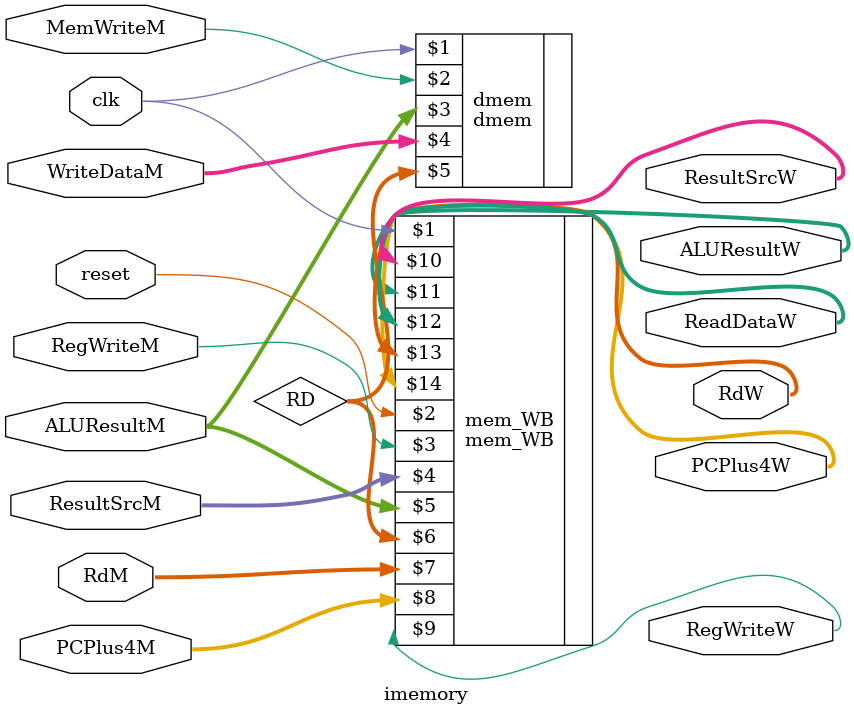
<source format=sv>
`timescale 1ns / 1ps


module imemory(
    input logic clk, reset,
    input logic RegWriteM,
    input logic [1:0] ResultSrcM,
    input logic MemWriteM,
    input logic [31:0] ALUResultM,
    input logic [31:0] WriteDataM,
    input logic [4:0] RdM,
    input logic [31:0] PCPlus4M,
    
    output logic RegWriteW,
    output logic [1:0] ResultSrcW,
    output logic [31:0] ALUResultW,
    output logic [31:0] ReadDataW,
    output logic [4:0] RdW, 
    output logic [31:0] PCPlus4W
    
    );
logic [31:0] RD;
dmem dmem(clk, MemWriteM, ALUResultM, WriteDataM, RD );
mem_WB mem_WB(clk, reset, RegWriteM, ResultSrcM, ALUResultM, RD, RdM, PCPlus4M,
RegWriteW, ResultSrcW, ALUResultW, ReadDataW, RdW, PCPlus4W );
endmodule

</source>
